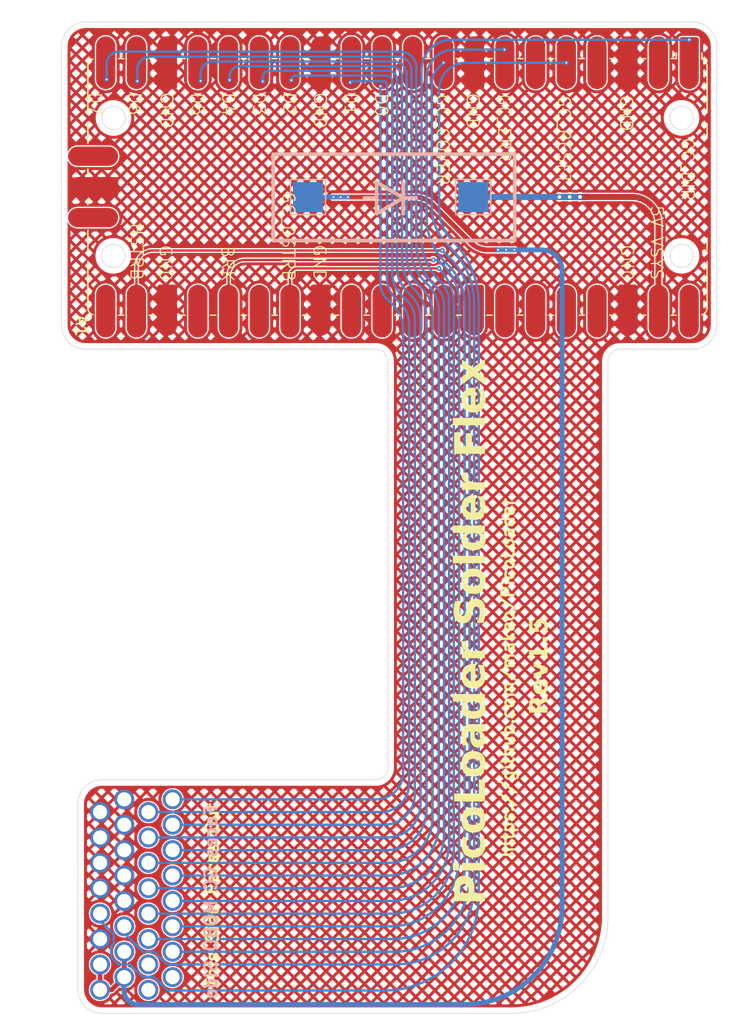
<source format=kicad_pcb>
(kicad_pcb (version 20241229) (generator "pcbnew") (generator_version "9.0")
  (layers (0 "F.Cu" signal) (2 "B.Cu" signal) (13 "F.Paste" user) (15 "B.Paste" user) (5 "F.SilkS" user "F.Silkscreen") (7 "B.SilkS" user "B.Silkscreen") (1 "F.Mask" user) (3 "B.Mask" user) (25 "Edge.Cuts" user))
  (net 0 "")
  (net 1 "/D4")
  (net 7 "/D0")
  (net 9 "/D3")
  (net 10 "/D5")
  (net 11 "/D1")
  (net 12 "/D2")
  (net 16 "+5V")
  (net 18 "/D6")
  (net 20 "Net-(A1-VSYS)")
  (net 23 "/D7")
  (net 24 "GND")
  (net 25 "/GC_ERR")
  (net 29 "/GC_DSTRB")
  (net 30 "/GC_COVER")
  (net 31 "/HSTRB")
  (net 32 "/BRK")
  (net 34 "/GC_DIR")
  (net 35 "/GC_RESET")
  (footprint "Module:RaspberryPi_Pico_SMD" (layer "F.Cu") (at 179.92 87.23 -90)
    (property "Reference" "A1" (at 10.49 26.1145 270) (layer "F.SilkS") (effects (justify left)))
    (property "Value" "RaspberryPi_Pico")
    (fp_line (start -10 25.61) (end -6.162061 25.61) (stroke (width 0.12)) (layer "F.SilkS"))
    (fp_line (start -3.6 25.61) (end -5.237939 25.61) (stroke (width 0.12)) (layer "F.SilkS"))
    (fp_line (start -1.48 25.61) (end -1.06 25.61) (stroke (width 0.12)) (layer "F.SilkS"))
    (fp_line (start 1.06 25.61) (end 1.48 25.61) (stroke (width 0.12)) (layer "F.SilkS"))
    (fp_line (start 5.237939 25.61) (end 3.6 25.61) (stroke (width 0.12)) (layer "F.SilkS"))
    (fp_line (start 6.162061 25.61) (end 10 25.61) (stroke (width 0.12)) (layer "F.SilkS"))
    (fp_line (start -10.61 22.650001) (end -10.61 23.069999) (stroke (width 0.12)) (layer "F.SilkS"))
    (fp_line (start 10.61 22.650001) (end 10.61 23.069999) (stroke (width 0.12)) (layer "F.SilkS"))
    (fp_line (start -10.61 20.109999) (end -10.61 20.53) (stroke (width 0.12)) (layer "F.SilkS"))
    (fp_line (start 10.61 20.109999) (end 10.61 20.53) (stroke (width 0.12)) (layer "F.SilkS"))
    (fp_line (start -10.61 17.57) (end -10.61 17.99) (stroke (width 0.12)) (layer "F.SilkS"))
    (fp_line (start 10.61 17.57) (end 10.61 17.99) (stroke (width 0.12)) (layer "F.SilkS"))
    (fp_line (start -10.61 15.03) (end -10.61 15.45) (stroke (width 0.12)) (layer "F.SilkS"))
    (fp_line (start 10.61 15.03) (end 10.61 15.45) (stroke (width 0.12)) (layer "F.SilkS"))
    (fp_line (start -10.61 12.49) (end -10.609999 12.91) (stroke (width 0.12)) (layer "F.SilkS"))
    (fp_line (start 10.61 12.49) (end 10.609999 12.91) (stroke (width 0.12)) (layer "F.SilkS"))
    (fp_line (start -10.609999 9.95) (end -10.61 10.37) (stroke (width 0.12)) (layer "F.SilkS"))
    (fp_line (start 10.609999 9.95) (end 10.61 10.37) (stroke (width 0.12)) (layer "F.SilkS"))
    (fp_line (start -10.61 7.41) (end -10.61 7.83) (stroke (width 0.12)) (layer "F.SilkS"))
    (fp_line (start 10.61 7.41) (end 10.61 7.83) (stroke (width 0.12)) (layer "F.SilkS"))
    (fp_line (start -10.61 4.87) (end -10.61 5.29) (stroke (width 0.12)) (layer "F.SilkS"))
    (fp_line (start 10.61 4.87) (end 10.61 5.29) (stroke (width 0.12)) (layer "F.SilkS"))
    (fp_line (start -10.61 2.33) (end -10.61 2.75) (stroke (width 0.12)) (layer "F.SilkS"))
    (fp_line (start 10.61 2.33) (end 10.61 2.75) (stroke (width 0.12)) (layer "F.SilkS"))
    (fp_line (start -10.61 -0.209999) (end -10.61 0.209999) (stroke (width 0.12)) (layer "F.SilkS"))
    (fp_line (start 10.61 -0.209999) (end 10.61 0.209999) (stroke (width 0.12)) (layer "F.SilkS"))
    (fp_line (start -10.61 -2.75) (end -10.61 -2.33) (stroke (width 0.12)) (layer "F.SilkS"))
    (fp_line (start 10.61 -2.75) (end 10.61 -2.33) (stroke (width 0.12)) (layer "F.SilkS"))
    (fp_line (start -10.61 -5.29) (end -10.61 -4.87) (stroke (width 0.12)) (layer "F.SilkS"))
    (fp_line (start 10.61 -5.29) (end 10.61 -4.87) (stroke (width 0.12)) (layer "F.SilkS"))
    (fp_line (start -10.61 -7.83) (end -10.61 -7.41) (stroke (width 0.12)) (layer "F.SilkS"))
    (fp_line (start 10.61 -7.83) (end 10.61 -7.41) (stroke (width 0.12)) (layer "F.SilkS"))
    (fp_line (start -10.61 -10.37) (end -10.609999 -9.95) (stroke (width 0.12)) (layer "F.SilkS"))
    (fp_line (start 10.61 -10.37) (end 10.609999 -9.95) (stroke (width 0.12)) (layer "F.SilkS"))
    (fp_line (start -10.609999 -12.91) (end -10.61 -12.49) (stroke (width 0.12)) (layer "F.SilkS"))
    (fp_line (start 10.609999 -12.91) (end 10.61 -12.49) (stroke (width 0.12)) (layer "F.SilkS"))
    (fp_line (start -10.61 -15.45) (end -10.61 -15.03) (stroke (width 0.12)) (layer "F.SilkS"))
    (fp_line (start 10.61 -15.45) (end 10.61 -15.03) (stroke (width 0.12)) (layer "F.SilkS"))
    (fp_line (start -10.61 -17.99) (end -10.61 -17.57) (stroke (width 0.12)) (layer "F.SilkS"))
    (fp_line (start 10.61 -17.99) (end 10.61 -17.57) (stroke (width 0.12)) (layer "F.SilkS"))
    (fp_line (start -10.61 -20.53) (end -10.61 -20.109999) (stroke (width 0.12)) (layer "F.SilkS"))
    (fp_line (start 10.61 -20.53) (end 10.61 -20.109999) (stroke (width 0.12)) (layer "F.SilkS"))
    (fp_line (start -10.61 -23.069999) (end -10.61 -22.650001) (stroke (width 0.12)) (layer "F.SilkS"))
    (fp_line (start -10.61 -23.069999) (end -11.09 -23.07) (stroke (width 0.12)) (layer "F.SilkS"))
    (fp_line (start 10.61 -23.069999) (end 10.61 -22.650001) (stroke (width 0.12)) (layer "F.SilkS"))
    (fp_line (start -10.579676 -25.19) (end -11.09 -25.19) (stroke (width 0.12)) (layer "F.SilkS"))
    (fp_line (start -10 -25.61) (end -7.51 -25.61) (stroke (width 0.12)) (layer "F.SilkS"))
    (fp_line (start -7.51 -25.61) (end -6.16206 -25.61) (stroke (width 0.12)) (layer "F.SilkS"))
    (fp_line (start -5.237939 -25.61) (end -4.235 -25.61) (stroke (width 0.12)) (layer "F.SilkS"))
    (fp_line (start 4.235 -25.61) (end 5.237939 -25.61) (stroke (width 0.12)) (layer "F.SilkS"))
    (fp_line (start 6.162061 -25.61) (end 7.51 -25.61) (stroke (width 0.12)) (layer "F.SilkS"))
    (fp_line (start 10 -25.61) (end 7.51 -25.61) (stroke (width 0.12)) (layer "F.SilkS"))
    (fp_arc (start -10 25.61) (mid -10.357937 25.493944) (end -10.579676 25.189937) (stroke (width 0.12)) (layer "F.SilkS"))
    (fp_arc (start 10.579676 25.189937) (mid 10.357982 25.494008) (end 10 25.61) (stroke (width 0.12)) (layer "F.SilkS"))
    (fp_arc (start -10.579676 -25.19) (mid -10.357917 -25.49396) (end -10 -25.61) (stroke (width 0.12)) (layer "F.SilkS"))
    (fp_arc (start 10 -25.61) (mid 10.357937 -25.493944) (end 10.579676 -25.189937) (stroke (width 0.12)) (layer "F.SilkS"))
    (pad "" smd rect (at -8.89 -24.13 270) (size 4.666 2.2) (drill (offset -1.233 0)) (layers "F.Paste"))
    (pad "" smd rect (at -8.89 -21.59 270) (size 4.666 2.2) (drill (offset -1.233 0)) (layers "F.Paste"))
    (pad "" smd rect (at -8.89 -19.05 270) (size 4.666 2.2) (drill (offset -1.233 0)) (layers "F.Paste"))
    (pad "" smd rect (at -8.89 -16.51 270) (size 4.666 2.2) (drill (offset -1.233 0)) (layers "F.Paste"))
    (pad "" smd rect (at -8.89 -13.97 270) (size 4.666 2.2) (drill (offset -1.233 0)) (layers "F.Paste"))
    (pad "" smd rect (at -8.89 -11.43 270) (size 4.666 2.2) (drill (offset -1.233 0)) (layers "F.Paste"))
    (pad "" smd rect (at -8.89 -8.89 270) (size 4.666 2.2) (drill (offset -1.233 0)) (layers "F.Paste"))
    (pad "" smd rect (at -8.89 -6.35 270) (size 4.666 2.2) (drill (offset -1.233 0)) (layers "F.Paste"))
    (pad "" smd rect (at -8.89 -3.81 270) (size 4.666 2.2) (drill (offset -1.233 0)) (layers "F.Paste"))
    (pad "" smd rect (at -8.89 -1.27 270) (size 4.666 2.2) (drill (offset -1.233 0)) (layers "F.Paste"))
    (pad "" smd rect (at -8.89 1.27 270) (size 4.666 2.2) (drill (offset -1.233 0)) (layers "F.Paste"))
    (pad "" smd rect (at -8.89 3.81 270) (size 4.666 2.2) (drill (offset -1.233 0)) (layers "F.Paste"))
    (pad "" smd rect (at -8.89 6.35 270) (size 4.666 2.2) (drill (offset -1.233 0)) (layers "F.Paste"))
    (pad "" smd rect (at -8.89 8.89 270) (size 4.666 2.2) (drill (offset -1.233 0)) (layers "F.Paste"))
    (pad "" smd rect (at -8.89 11.43 270) (size 4.666 2.2) (drill (offset -1.233 0)) (layers "F.Paste"))
    (pad "" smd rect (at -8.89 13.97 270) (size 4.666 2.2) (drill (offset -1.233 0)) (layers "F.Paste"))
    (pad "" smd rect (at -8.89 16.51 270) (size 4.666 2.2) (drill (offset -1.233 0)) (layers "F.Paste"))
    (pad "" smd rect (at -8.89 19.05 270) (size 4.666 2.2) (drill (offset -1.233 0)) (layers "F.Paste"))
    (pad "" smd rect (at -8.89 21.59 270) (size 4.666 2.2) (drill (offset -1.233 0)) (layers "F.Paste"))
    (pad "" smd rect (at -8.89 24.13 270) (size 4.666 2.2) (drill (offset -1.233 0)) (layers "F.Paste"))
    (pad "" smd rect (at -2.54 23.9 270) (size 2.2 4.45) (drill (offset 0 1.125)) (layers "F.Paste"))
    (pad "" smd rect (at 0 23.9 270) (size 2.2 4.45) (drill (offset 0 1.125)) (layers "F.Paste"))
    (pad "" smd rect (at 2.54 23.9 270) (size 2.2 4.45) (drill (offset 0 1.125)) (layers "F.Paste"))
    (pad "" smd rect (at 8.89 -24.13 270) (size 4.66599 2.2) (drill (offset 1.233005 0)) (layers "F.Paste"))
    (pad "" smd rect (at 8.89 -21.59 270) (size 4.666 2.2) (drill (offset 1.233 0)) (layers "F.Paste"))
    (pad "" smd rect (at 8.89 -19.05 270) (size 4.666 2.2) (drill (offset 1.233 0)) (layers "F.Paste"))
    (pad "" smd rect (at 8.89 -16.51 270) (size 4.666 2.2) (drill (offset 1.233 0)) (layers "F.Paste"))
    (pad "" smd rect (at 8.89 -13.97 270) (size 4.666 2.2) (drill (offset 1.233 0)) (layers "F.Paste"))
    (pad "" smd rect (at 8.89 -11.43 270) (size 4.666 2.2) (drill (offset 1.233 0)) (layers "F.Paste"))
    (pad "" smd rect (at 8.89 -8.89 270) (size 4.666 2.2) (drill (offset 1.233 0)) (layers "F.Paste"))
    (pad "" smd rect (at 8.89 -6.35 270) (size 4.666 2.2) (drill (offset 1.233 0)) (layers "F.Paste"))
    (pad "" smd rect (at 8.89 -3.81 270) (size 4.666 2.2) (drill (offset 1.233 0)) (layers "F.Paste"))
    (pad "" smd rect (at 8.89 -1.27 270) (size 4.666 2.2) (drill (offset 1.233 0)) (layers "F.Paste"))
    (pad "" smd rect (at 8.89 1.27 270) (size 4.666 2.2) (drill (offset 1.233 0)) (layers "F.Paste"))
    (pad "" smd rect (at 8.89 3.81 270) (size 4.666 2.2) (drill (offset 1.233 0)) (layers "F.Paste"))
    (pad "" smd rect (at 8.89 6.35 270) (size 4.666 2.2) (drill (offset 1.233 0)) (layers "F.Paste"))
    (pad "" smd rect (at 8.89 8.89 270) (size 4.666 2.2) (drill (offset 1.233 0)) (layers "F.Paste"))
    (pad "" smd rect (at 8.89 11.43 270) (size 4.666 2.2) (drill (offset 1.233 0)) (layers "F.Paste"))
    (pad "" smd rect (at 8.89 13.97 270) (size 4.666 2.2) (drill (offset 1.233 0)) (layers "F.Paste"))
    (pad "" smd rect (at 8.89 16.51 270) (size 4.666 2.2) (drill (offset 1.233 0)) (layers "F.Paste"))
    (pad "" smd rect (at 8.89 19.05 270) (size 4.666 2.2) (drill (offset 1.233 0)) (layers "F.Paste"))
    (pad "" smd rect (at 8.89 21.59 270) (size 4.666 2.2) (drill (offset 1.233 0)) (layers "F.Paste"))
    (pad "" smd rect (at 8.89 24.13 270) (size 4.666 2.2) (drill (offset 1.233 0)) (layers "F.Paste"))
    (pad "1" smd custom (at -9.69 -24.13 270) (size 1.6 0.8) (layers "F.Cu" "F.Mask") (net 34 "/GC_DIR") (options (clearance outline) (anchor rect)) (primitives (gr_circle (center 0.8 0) (end 1.6 0) (width 0) (fill yes)) (gr_poly (pts (xy -2.7 -0.6) (xy -2.7 0.6) (xy -2.5 0.8) (xy 0.8 0.8) (xy 0.8 -0.8) (xy -2.5 -0.8)) (width 0) (fill yes)) (gr_circle (center -2.5 0.6) (end -2.3 0.6) (width 0) (fill yes)) (gr_circle (center -2.5 -0.6) (end -2.3 -0.6) (width 0) (fill yes))))
    (pad "2" smd roundrect (at -10.273 -21.589999 270) (size 4.366 1.6) (layers "F.Cu" "F.Mask") (roundrect_rratio 0.5))
    (pad "3" smd custom (at -9.69 -19.05 270) (size 1.6 0.8) (layers "F.Cu" "F.Mask") (net 24 "GND") (options (clearance outline) (anchor rect)) (primitives (gr_poly (pts (xy 1.6 -0.6) (xy 1.6 0.6) (xy 1.4 0.8) (xy -1.95 0.8) (xy -1.95 -0.8) (xy 1.4 -0.8)) (width 0) (fill yes)) (gr_circle (center 1.4 0.6) (end 1.6 0.6) (width 0) (fill yes)) (gr_circle (center 1.4 -0.6) (end 1.6 -0.6) (width 0) (fill yes)) (gr_circle (center -1.95 0) (end -1.15 0) (width 0) (fill yes))))
    (pad "4" smd roundrect (at -10.273 -16.51 270) (size 4.366 1.6) (layers "F.Cu" "F.Mask") (roundrect_rratio 0.5))
    (pad "5" smd roundrect (at -10.273 -13.97 270) (size 4.366 1.6) (layers "F.Cu" "F.Mask") (roundrect_rratio 0.5) (net 35 "/GC_RESET"))
    (pad "6" smd roundrect (at -10.272999 -11.43 270) (size 4.366 1.6) (layers "F.Cu" "F.Mask") (roundrect_rratio 0.5))
    (pad "7" smd roundrect (at -10.273 -8.89 270) (size 4.366 1.6) (layers "F.Cu" "F.Mask") (roundrect_rratio 0.5) (net 25 "/GC_ERR"))
    (pad "8" smd custom (at -9.69 -6.35 270) (size 1.6 0.8) (layers "F.Cu" "F.Mask") (net 24 "GND") (options (clearance outline) (anchor rect)) (primitives (gr_poly (pts (xy 1.6 -0.6) (xy 1.6 0.6) (xy 1.4 0.8) (xy -1.95 0.8) (xy -1.95 -0.8) (xy 1.4 -0.8)) (width 0) (fill yes)) (gr_circle (center 1.4 0.6) (end 1.6 0.6) (width 0) (fill yes)) (gr_circle (center 1.4 -0.6) (end 1.6 -0.6) (width 0) (fill yes)) (gr_circle (center -1.95 0) (end -1.15 0) (width 0) (fill yes))))
    (pad "9" smd roundrect (at -10.273 -3.81 270) (size 4.366 1.6) (layers "F.Cu" "F.Mask") (roundrect_rratio 0.5) (net 30 "/GC_COVER"))
    (pad "10" smd roundrect (at -10.273 -1.270001 270) (size 4.366 1.6) (layers "F.Cu" "F.Mask") (roundrect_rratio 0.5))
    (pad "11" smd roundrect (at -10.273 1.270001 270) (size 4.366 1.6) (layers "F.Cu" "F.Mask") (roundrect_rratio 0.5) (net 7 "/D0"))
    (pad "12" smd roundrect (at -10.273 3.81 270) (size 4.366 1.6) (layers "F.Cu" "F.Mask") (roundrect_rratio 0.5) (net 11 "/D1"))
    (pad "13" smd custom (at -9.69 6.35 270) (size 1.6 0.8) (layers "F.Cu" "F.Mask") (net 24 "GND") (options (clearance outline) (anchor rect)) (primitives (gr_poly (pts (xy 1.6 -0.6) (xy 1.6 0.6) (xy 1.4 0.8) (xy -1.95 0.8) (xy -1.95 -0.8) (xy 1.4 -0.8)) (width 0) (fill yes)) (gr_circle (center 1.4 0.6) (end 1.6 0.6) (width 0) (fill yes)) (gr_circle (center 1.4 -0.6) (end 1.6 -0.6) (width 0) (fill yes)) (gr_circle (center -1.95 0) (end -1.15 0) (width 0) (fill yes))))
    (pad "14" smd roundrect (at -10.273 8.89 270) (size 4.366 1.6) (layers "F.Cu" "F.Mask") (roundrect_rratio 0.5) (net 12 "/D2"))
    (pad "15" smd roundrect (at -10.272999 11.43 270) (size 4.366 1.6) (layers "F.Cu" "F.Mask") (roundrect_rratio 0.5) (net 9 "/D3"))
    (pad "16" smd roundrect (at -10.273 13.97 270) (size 4.366 1.6) (layers "F.Cu" "F.Mask") (roundrect_rratio 0.5) (net 1 "/D4"))
    (pad "17" smd roundrect (at -10.273 16.51 270) (size 4.366 1.6) (layers "F.Cu" "F.Mask") (roundrect_rratio 0.5) (net 10 "/D5"))
    (pad "18" smd custom (at -9.69 19.05 270) (size 1.6 0.8) (layers "F.Cu" "F.Mask") (net 24 "GND") (options (clearance outline) (anchor rect)) (primitives (gr_poly (pts (xy 1.6 -0.6) (xy 1.6 0.6) (xy 1.4 0.8) (xy -1.95 0.8) (xy -1.95 -0.8) (xy 1.4 -0.8)) (width 0) (fill yes)) (gr_circle (center -1.95 0) (end -1.15 0) (width 0) (fill yes)) (gr_circle (center 1.4 0.6) (end 1.6 0.6) (width 0) (fill yes)) (gr_circle (center 1.4 -0.6) (end 1.6 -0.6) (width 0) (fill yes))))
    (pad "19" smd roundrect (at -10.273 21.589999 270) (size 4.366 1.6) (layers "F.Cu" "F.Mask") (roundrect_rratio 0.5) (net 18 "/D6"))
    (pad "20" smd roundrect (at -10.273 24.130001 270) (size 4.366 1.6) (layers "F.Cu" "F.Mask") (roundrect_rratio 0.5) (net 23 "/D7"))
    (pad "21" smd roundrect (at 10.273 24.130001 270) (size 4.366 1.6) (layers "F.Cu" "F.Mask") (roundrect_rratio 0.5))
    (pad "22" smd roundrect (at 10.273 21.589999 270) (size 4.366 1.6) (layers "F.Cu" "F.Mask") (roundrect_rratio 0.5) (net 31 "/HSTRB"))
    (pad "23" smd custom (at 9.69 19.05 270) (size 1.6 0.8) (layers "F.Cu" "F.Mask") (net 24 "GND") (options (clearance outline) (anchor rect)) (primitives (gr_poly (pts (xy -1.6 -0.6) (xy -1.6 0.6) (xy -1.4 0.8) (xy 1.838 0.8) (xy 1.838 -0.8) (xy -1.4 -0.8)) (width 0) (fill yes)) (gr_circle (center -1.4 0.6) (end -1.2 0.6) (width 0) (fill yes)) (gr_circle (center -1.4 -0.6) (end -1.2 -0.6) (width 0) (fill yes)) (gr_circle (center 1.8 0) (end 2.6 0) (width 0) (fill yes))))
    (pad "24" smd roundrect (at 10.273 16.51 270) (size 4.366 1.6) (layers "F.Cu" "F.Mask") (roundrect_rratio 0.5))
    (pad "25" smd roundrect (at 10.273 13.97 270) (size 4.366 1.6) (layers "F.Cu" "F.Mask") (roundrect_rratio 0.5) (net 32 "/BRK"))
    (pad "26" smd roundrect (at 10.272999 11.43 270) (size 4.366 1.6) (layers "F.Cu" "F.Mask") (roundrect_rratio 0.5))
    (pad "27" smd roundrect (at 10.273 8.89 270) (size 4.366 1.6) (layers "F.Cu" "F.Mask") (roundrect_rratio 0.5) (net 29 "/GC_DSTRB"))
    (pad "28" smd custom (at 9.69 6.35 270) (size 1.6 0.8) (layers "F.Cu" "F.Mask") (net 24 "GND") (options (clearance outline) (anchor rect)) (primitives (gr_poly (pts (xy -1.6 -0.6) (xy -1.6 0.6) (xy -1.4 0.8) (xy 1.838 0.8) (xy 1.838 -0.8) (xy -1.4 -0.8)) (width 0) (fill yes)) (gr_circle (center -1.4 0.6) (end -1.2 0.6) (width 0) (fill yes)) (gr_circle (center -1.4 -0.6) (end -1.2 -0.6) (width 0) (fill yes)) (gr_circle (center 1.8 0) (end 2.6 0) (width 0) (fill yes))))
    (pad "29" smd roundrect (at 10.273 3.81 270) (size 4.366 1.6) (layers "F.Cu" "F.Mask") (roundrect_rratio 0.5))
    (pad "30" smd roundrect (at 10.273 1.270001 270) (size 4.366 1.6) (layers "F.Cu" "F.Mask") (roundrect_rratio 0.5))
    (pad "31" smd roundrect (at 10.273 -1.270001 270) (size 4.366 1.6) (layers "F.Cu" "F.Mask") (roundrect_rratio 0.5))
    (pad "32" smd roundrect (at 10.273 -3.81 270) (size 4.366 1.6) (layers "F.Cu" "F.Mask") (roundrect_rratio 0.5))
    (pad "33" smd custom (at 9.69 -6.35 270) (size 1.6 0.8) (layers "F.Cu" "F.Mask") (options (clearance outline) (anchor rect)) (primitives (gr_poly (pts (xy -1.6 -0.6) (xy -1.6 0.6) (xy -1.4 0.8) (xy 1.838 0.8) (xy 1.838 -0.8) (xy -1.4 -0.8)) (width 0) (fill yes)) (gr_circle (center -1.4 0.6) (end -1.2 0.6) (width 0) (fill yes)) (gr_circle (center -1.4 -0.6) (end -1.2 -0.6) (width 0) (fill yes)) (gr_circle (center 1.8 0) (end 2.6 0) (width 0) (fill yes))))
    (pad "34" smd roundrect (at 10.273 -8.89 270) (size 4.366 1.6) (layers "F.Cu" "F.Mask") (roundrect_rratio 0.5))
    (pad "35" smd roundrect (at 10.272999 -11.43 270) (size 4.366 1.6) (layers "F.Cu" "F.Mask") (roundrect_rratio 0.5))
    (pad "36" smd roundrect (at 10.273 -13.97 270) (size 4.366 1.6) (layers "F.Cu" "F.Mask") (roundrect_rratio 0.5))
    (pad "37" smd roundrect (at 10.273 -16.51 270) (size 4.366 1.6) (layers "F.Cu" "F.Mask") (roundrect_rratio 0.5))
    (pad "38" smd custom (at 9.69 -19.05 270) (size 1.6 0.8) (layers "F.Cu" "F.Mask") (net 24 "GND") (options (clearance outline) (anchor rect)) (primitives (gr_poly (pts (xy -1.6 -0.6) (xy -1.6 0.6) (xy -1.4 0.8) (xy 1.838 0.8) (xy 1.838 -0.8) (xy -1.4 -0.8)) (width 0) (fill yes)) (gr_circle (center -1.4 0.6) (end -1.2 0.6) (width 0) (fill yes)) (gr_circle (center -1.4 -0.6) (end -1.2 -0.6) (width 0) (fill yes)) (gr_circle (center 1.8 0) (end 2.6 0) (width 0) (fill yes))))
    (pad "39" smd roundrect (at 10.273 -21.589999 270) (size 4.366 1.6) (layers "F.Cu" "F.Mask") (roundrect_rratio 0.5) (net 20 "Net-(A1-VSYS)"))
    (pad "40" smd roundrect (at 10.273 -24.130001 270) (size 4.366 1.6) (layers "F.Cu" "F.Mask") (roundrect_rratio 0.5))
    (pad "D1" smd roundrect (at -2.54 23.9) (size 4.15 1.6) (drill (offset -1.275 0)) (layers "F.Cu" "F.Mask") (roundrect_rratio 0.5))
    (pad "D2" smd custom (at 0 23.9 180) (size 1.6 1.6) (layers "F.Cu" "F.Mask") (net 24 "GND") (options (clearance outline) (anchor circle)) (primitives (gr_poly (pts (xy -0.8 -0.6) (xy -0.8 0.6) (xy -0.6 0.8) (xy 2.55 0.8) (xy 2.55 -0.8) (xy -0.6 -0.8)) (width 0) (fill yes)) (gr_circle (center 2.55 0) (end 3.35 0) (width 0) (fill yes)) (gr_circle (center -0.6 0.6) (end -0.4 0.6) (width 0) (fill yes)) (gr_circle (center -0.6 -0.6) (end -0.4 -0.6) (width 0) (fill yes))))
    (pad "D3" smd roundrect (at 2.54 23.9) (size 4.15 1.6) (drill (offset -1.275 0)) (layers "F.Cu" "F.Mask") (roundrect_rratio 0.5))
  )
  (footprint "TestPoint:TestPoint_Pad_2.5x2.5mm" (layer "B.Cu") (at 172.519285 88.07 -90)
    (property "Reference" "TP1" (hide yes))
    (property "Value" "Pad2")
    (fp_line (start -1.45 1.45) (end 1.45 1.45) (stroke (width 0.12)) (layer "B.SilkS"))
    (fp_line (start 1.45 1.45) (end 1.45 -1.45) (stroke (width 0.12)) (layer "B.SilkS"))
    (fp_line (start -1.45 -1.45) (end -1.45 1.45) (stroke (width 0.12)) (layer "B.SilkS"))
    (fp_line (start 1.45 -1.45) (end -1.45 -1.45) (stroke (width 0.12)) (layer "B.SilkS"))
    (pad "1" smd rect (at 0 0 270) (size 2.5 2.5) (layers "B.Cu" "B.Mask") (net 16 "+5V"))
  )
  (footprint "DVDCNLibrary:GC_MOBO_DVD_CN" (layer "B.Cu") (at 148.714 136.833999 90)
    (property "Reference" "U2" (hide yes))
    (property "Value" "~")
    (pad "1" thru_hole circle (at -16.808 10.606 90) (size 1.65 1.65) (drill 1.17) (layers "*.Cu" "*.Mask"))
    (pad "2" thru_hole circle (at -16.808 6.606 90) (size 1.65 1.65) (drill 1.17) (layers "*.Cu" "*.Mask") (net 16 "+5V"))
    (pad "3" thru_hole circle (at -15.756 12.606001 90) (size 1.65 1.65) (drill 1.17) (layers "*.Cu" "*.Mask"))
    (pad "4" thru_hole circle (at -15.755999 8.606 90) (size 1.65 1.65) (drill 1.17) (layers "*.Cu" "*.Mask") (net 16 "+5V"))
    (pad "5" thru_hole circle (at -14.707 10.606 90) (size 1.65 1.65) (drill 1.17) (layers "*.Cu" "*.Mask"))
    (pad "6" thru_hole circle (at -14.707 6.606 90) (size 1.65 1.65) (drill 1.17) (layers "*.Cu" "*.Mask") (net 16 "+5V"))
    (pad "7" thru_hole circle (at -13.655 12.606 90) (size 1.65 1.65) (drill 1.17) (layers "*.Cu" "*.Mask") (net 31 "/HSTRB"))
    (pad "8" thru_hole circle (at -13.655 8.606 90) (size 1.65 1.65) (drill 1.17) (layers "*.Cu" "*.Mask") (net 16 "+5V"))
    (pad "9" thru_hole circle (at -12.606001 10.606 90) (size 1.65 1.65) (drill 1.17) (layers "*.Cu" "*.Mask") (net 25 "/GC_ERR"))
    (pad "10" thru_hole circle (at -12.606 6.605999 90) (size 1.65 1.65) (drill 1.17) (layers "*.Cu" "*.Mask") (net 24 "GND"))
    (pad "11" thru_hole circle (at -11.554 12.606 90) (size 1.65 1.65) (drill 1.17) (layers "*.Cu" "*.Mask") (net 32 "/BRK"))
    (pad "12" thru_hole circle (at -11.554 8.606 90) (size 1.65 1.65) (drill 1.17) (layers "*.Cu" "*.Mask") (net 30 "/GC_COVER"))
    (pad "13" thru_hole circle (at -10.505 10.606 90) (size 1.65 1.65) (drill 1.17) (layers "*.Cu" "*.Mask") (net 29 "/GC_DSTRB"))
    (pad "14" thru_hole circle (at -10.505 6.606 90) (size 1.65 1.65) (drill 1.17) (layers "*.Cu" "*.Mask") (net 35 "/GC_RESET"))
    (pad "15" thru_hole circle (at -9.452999 12.606 90) (size 1.65 1.65) (drill 1.17) (layers "*.Cu" "*.Mask") (net 34 "/GC_DIR"))
    (pad "16" thru_hole circle (at -9.452999 8.606 90) (size 1.65 1.65) (drill 1.17) (layers "*.Cu" "*.Mask") (net 24 "GND"))
    (pad "17" thru_hole circle (at -8.404 10.606 90) (size 1.65 1.65) (drill 1.17) (layers "*.Cu" "*.Mask") (net 23 "/D7"))
    (pad "18" thru_hole circle (at -8.404 6.606 90) (size 1.65 1.65) (drill 1.17) (layers "*.Cu" "*.Mask") (net 24 "GND"))
    (pad "19" thru_hole circle (at -7.352 12.606 90) (size 1.65 1.65) (drill 1.17) (layers "*.Cu" "*.Mask") (net 18 "/D6"))
    (pad "20" thru_hole circle (at -7.352 8.606 90) (size 1.65 1.65) (drill 1.17) (layers "*.Cu" "*.Mask") (net 24 "GND"))
    (pad "21" thru_hole circle (at -6.303001 10.606 90) (size 1.65 1.65) (drill 1.17) (layers "*.Cu" "*.Mask") (net 10 "/D5"))
    (pad "22" thru_hole circle (at -6.303 6.605999 90) (size 1.65 1.65) (drill 1.17) (layers "*.Cu" "*.Mask") (net 24 "GND"))
    (pad "23" thru_hole circle (at -5.251 12.606 90) (size 1.65 1.65) (drill 1.17) (layers "*.Cu" "*.Mask") (net 1 "/D4"))
    (pad "24" thru_hole circle (at -5.251 8.606 90) (size 1.65 1.65) (drill 1.17) (layers "*.Cu" "*.Mask") (net 24 "GND"))
    (pad "25" thru_hole circle (at -4.202 10.606 90) (size 1.65 1.65) (drill 1.17) (layers "*.Cu" "*.Mask") (net 9 "/D3"))
    (pad "26" thru_hole circle (at -4.202 6.606 90) (size 1.65 1.65) (drill 1.17) (layers "*.Cu" "*.Mask") (net 24 "GND"))
    (pad "27" thru_hole circle (at -3.149999 12.606 90) (size 1.65 1.65) (drill 1.17) (layers "*.Cu" "*.Mask") (net 12 "/D2"))
    (pad "28" thru_hole circle (at -3.149999 8.606 90) (size 1.65 1.65) (drill 1.17) (layers "*.Cu" "*.Mask") (net 24 "GND"))
    (pad "29" thru_hole circle (at -2.101 10.606 90) (size 1.65 1.65) (drill 1.17) (layers "*.Cu" "*.Mask") (net 11 "/D1"))
    (pad "30" thru_hole circle (at -2.101 6.606 90) (size 1.65 1.65) (drill 1.17) (layers "*.Cu" "*.Mask") (net 24 "GND"))
    (pad "31" thru_hole circle (at -1.049 12.606 90) (size 1.65 1.65) (drill 1.17) (layers "*.Cu" "*.Mask") (net 7 "/D0"))
    (pad "32" thru_hole circle (at -1.049 8.606 90) (size 1.65 1.65) (drill 1.17) (layers "*.Cu" "*.Mask") (net 24 "GND"))
  )
  (footprint "TestPoint:TestPoint_Pad_2.5x2.5mm" (layer "B.Cu") (at 186.189285 88.07 -90)
    (property "Reference" "TP2" (hide yes))
    (property "Value" "Pad1")
    (fp_line (start -1.45 1.45) (end 1.45 1.45) (stroke (width 0.12)) (layer "B.SilkS"))
    (fp_line (start 1.45 1.45) (end 1.45 -1.45) (stroke (width 0.12)) (layer "B.SilkS"))
    (fp_line (start -1.45 -1.45) (end -1.45 1.45) (stroke (width 0.12)) (layer "B.SilkS"))
    (fp_line (start 1.45 -1.45) (end -1.45 -1.45) (stroke (width 0.12)) (layer "B.SilkS"))
    (pad "1" smd rect (at 0 0 270) (size 2.5 2.5) (layers "B.Cu" "B.Mask") (net 20 "Net-(A1-VSYS)"))
  )
  (gr_line (start 180.402809 88.14) (end 178.195761 86.84) (stroke (width 0.3)) (layer "B.SilkS"))
  (gr_line (start 178.19576 89.44) (end 178.195761 86.84) (stroke (width 0.3)) (layer "B.SilkS"))
  (gr_poly (pts (xy 189.619285 84.52) (xy 189.619285 91.67) (xy 169.639285 91.67) (xy 169.639286 84.519999)) (stroke (width 0.3)) (fill no) (layer "B.SilkS"))
  (gr_line (start 178.195761 88.139999) (end 177.182809 88.14) (stroke (width 0.3)) (layer "B.SilkS"))
  (gr_line (start 178.19576 89.44) (end 180.402809 88.14) (stroke (width 0.3)) (layer "B.SilkS"))
  (gr_line (start 180.402809 86.84) (end 180.402809 89.44) (stroke (width 0.3)) (layer "B.SilkS"))
  (gr_line (start 180.402809 88.14) (end 181.479285 88.139999) (stroke (width 0.3)) (layer "B.SilkS"))
  (gr_arc (start 204.34 73.59) (mid 205.754214 74.175786) (end 206.34 75.59) (stroke (width 0.05)) (layer "Edge.Cuts"))
  (gr_line (start 178.13 100.65) (end 154.13 100.65) (stroke (width 0.05)) (layer "Edge.Cuts"))
  (gr_arc (start 155.49 155.59) (mid 154.075786 155.004214) (end 153.49 153.59) (stroke (width 0.05)) (layer "Edge.Cuts"))
  (gr_circle (center 203.42 81.52) (end 204.14 82.17) (stroke (width 0.05)) (fill no) (layer "Edge.Cuts"))
  (gr_arc (start 179.13 135.26) (mid 178.837107 135.967107) (end 178.13 136.26) (stroke (width 0.05)) (layer "Edge.Cuts"))
  (gr_line (start 204.34 100.65) (end 198.34 100.65) (stroke (width 0.05)) (layer "Edge.Cuts"))
  (gr_circle (center 203.42 92.93) (end 204.14 93.58) (stroke (width 0.05)) (fill no) (layer "Edge.Cuts"))
  (gr_arc (start 197.34 101.65) (mid 197.632893 100.942893) (end 198.34 100.65) (stroke (width 0.05)) (layer "Edge.Cuts"))
  (gr_line (start 206.34 75.59) (end 206.34 98.65) (stroke (width 0.05)) (layer "Edge.Cuts"))
  (gr_arc (start 206.34 98.65) (mid 205.754214 100.064214) (end 204.34 100.65) (stroke (width 0.05)) (layer "Edge.Cuts"))
  (gr_arc (start 197.34 147.59) (mid 194.996854 153.246854) (end 189.34 155.59) (stroke (width 0.05)) (layer "Edge.Cuts"))
  (gr_arc (start 152.13 75.59) (mid 152.715786 74.175786) (end 154.13 73.59) (stroke (width 0.05)) (layer "Edge.Cuts"))
  (gr_line (start 155.49 136.26) (end 178.13 136.26) (stroke (width 0.05)) (layer "Edge.Cuts"))
  (gr_line (start 197.34 147.59) (end 197.34 101.65) (stroke (width 0.05)) (layer "Edge.Cuts"))
  (gr_circle (center 156.43 81.53) (end 157.15 82.18) (stroke (width 0.05)) (fill no) (layer "Edge.Cuts"))
  (gr_line (start 179.13 101.65) (end 179.13 135.26) (stroke (width 0.05)) (layer "Edge.Cuts"))
  (gr_arc (start 178.13 100.65) (mid 178.837107 100.942893) (end 179.13 101.65) (stroke (width 0.05)) (layer "Edge.Cuts"))
  (gr_arc (start 153.49 138.26) (mid 154.075786 136.845786) (end 155.49 136.26) (stroke (width 0.05)) (layer "Edge.Cuts"))
  (gr_circle (center 156.41 92.93) (end 157.13 93.58) (stroke (width 0.05)) (fill no) (layer "Edge.Cuts"))
  (gr_line (start 152.13 75.59) (end 152.13 98.65) (stroke (width 0.05)) (layer "Edge.Cuts"))
  (gr_line (start 153.49 138.26) (end 153.49 153.59) (stroke (width 0.05)) (layer "Edge.Cuts"))
  (gr_line (start 189.34 155.59) (end 155.49 155.59) (stroke (width 0.05)) (layer "Edge.Cuts"))
  (gr_arc (start 154.13 100.65) (mid 152.715786 100.064214) (end 152.13 98.65) (stroke (width 0.05)) (layer "Edge.Cuts"))
  (gr_line (start 204.34 73.59) (end 154.13 73.59) (stroke (width 0.05)) (layer "Edge.Cuts"))
  (gr_text "GND" (at 198.25 79.54 270) (layer "F.SilkS") (effects (font (size 1 1) (thickness 0.1)) (justify left bottom)))
  (gr_text "D2" (at 170.389999 79.33 270) (layer "F.SilkS") (effects (font (size 1 1) (thickness 0.1)) (justify left bottom)))
  (gr_text "GND" (at 172.929999 79.32 270) (layer "F.SilkS") (effects (font (size 1 1) (thickness 0.1)) (justify left bottom)))
  (gr_text "D1" (at 175.48 79.34 270) (layer "F.SilkS") (effects (font (size 1 1) (thickness 0.1)) (justify left bottom)))
  (gr_text "GC_COVER" (at 183.069999 79.46 270) (layer "F.SilkS") (effects (font (size 1 1) (thickness 0.1)) (justify left bottom)))
  (gr_text "D0" (at 177.989999 79.4 270) (layer "F.SilkS") (effects (font (size 1 1) (thickness 0.1)) (justify left bottom)))
  (gr_text "PicoLoader Solder Flex" (at 187.59 146.62 90) (layer "F.SilkS") (effects (font (size 2.5 2.5) (thickness 0.2) (bold yes)) (justify left bottom)))
  (gr_text "BRK" (at 165.269999 92.03 270) (layer "F.SilkS") (effects (font (size 1 1) (thickness 0.1)) (justify left bottom)))
  (gr_text "D5" (at 162.8 79.34 270) (layer "F.SilkS") (effects (font (size 1 1) (thickness 0.1)) (justify left bottom)))
  (gr_text "GND" (at 198.329999 91.92 270) (layer "F.SilkS") (effects (font (size 1 1) (thickness 0.1)) (justify left bottom)))
  (gr_text "GND" (at 185.559999 79.379999 270) (layer "F.SilkS") (effects (font (size 1 1) (thickness 0.1)) (justify left bottom)))
  (gr_text "D6" (at 157.589999 79.31 270) (layer "F.SilkS") (effects (font (size 1 1) (thickness 0.1)) (justify left bottom)))
  (gr_text "GND" (at 172.89 91.92 270) (layer "F.SilkS") (effects (font (size 1 1) (thickness 0.1)) (justify left bottom)))
  (gr_text "D3" (at 167.869999 79.35 270) (layer "F.SilkS") (effects (font (size 1 1) (thickness 0.1)) (justify left bottom)))
  (gr_text "D7" (at 154.33 79.31 270) (layer "F.SilkS") (effects (font (size 1 1) (thickness 0.1)) (justify left bottom)))
  (gr_text "GC_DSTRB" (at 170.309999 87.54 270) (layer "F.SilkS") (effects (font (size 1 1) (thickness 0.1)) (justify left bottom)))
  (gr_text "GC_ERR" (at 188.16 79.439999 270) (layer "F.SilkS") (effects (font (size 1 1) (thickness 0.1)) (justify left bottom)))
  (gr_text "Rev1.5" (at 192.59 130.91 90) (layer "F.SilkS") (effects (font (size 1.5 1.5) (thickness 0.2) (bold yes)) (justify left bottom)))
  (gr_text "GND" (at 160.149999 91.95 270) (layer "F.SilkS") (effects (font (size 1 1) (thickness 0.1)) (justify left bottom)))
  (gr_text "HSTRB" (at 157.759999 90.13 270) (layer "F.SilkS") (effects (font (size 1 1) (thickness 0.1)) (justify left bottom)))
  (gr_text "D4" (at 165.32 79.34 270) (layer "F.SilkS") (effects (font (size 1 1) (thickness 0.1)) (justify left bottom)))
  (gr_text "https://github.com/makeo/PicoLoader" (at 189.66 142.83 90) (layer "F.SilkS") (effects (font (size 1 1) (thickness 0.2) (bold yes)) (justify left bottom)))
  (gr_text "GC_DIR" (at 203.339999 83.08 270) (layer "F.SilkS") (effects (font (size 1 1) (thickness 0.1)) (justify left bottom)))
  (gr_text "GND" (at 160.229999 79.31 270) (layer "F.SilkS") (effects (font (size 1 1) (thickness 0.1)) (justify left bottom)))
  (gr_text "This Side Faces Out" (at 165.2 153.58 90) (layer "F.SilkS") (effects (font (size 1 1) (thickness 0.2) (bold yes)) (justify left bottom)))
  (gr_text "GC_RESET" (at 193.109999 79.58 270) (layer "F.SilkS") (effects (font (size 1 1) (thickness 0.1)) (justify left bottom)))
  (gr_text "5V VSYS" (at 200.79 88.690001 270) (layer "F.SilkS") (effects (font (size 1 1) (thickness 0.1)) (justify left bottom)))
  (gr_text "Faces GC MOBO Side" (at 165.07 138.28 90) (layer "B.SilkS") (effects (font (size 1 1) (thickness 0.2) (bold yes)) (justify left bottom mirror)))
  (via (at 166.03 78.39) (size 0.4) (drill 0.15) (layers "F.Cu" "B.Cu") (net 1))
  (segment (start 166.03 78.39) (end 166.03 78.08) (width 0.2) (layer "B.Cu") (net 1))
  (segment (start 166.86 77.25) (end 179.43 77.25) (width 0.2) (layer "B.Cu") (net 1))
  (segment (start 180.3 78.12) (end 180.3 93.208605) (width 0.2) (layer "B.Cu") (net 1))
  (segment (start 179.005001 142.084999) (end 161.32 142.084999) (width 0.2) (layer "B.Cu") (net 1))
  (segment (start 182.32 98.085195) (end 182.32 138.77) (width 0.2) (layer "B.Cu") (net 1))
  (arc (start 166.03 78.08) (mid 166.273101 77.493101) (end 166.86 77.25) (width 0.2) (layer "B.Cu") (net 1))
  (arc (start 181.356 95.758) (mid 182.069485 96.825767) (end 182.32 98.085195) (width 0.2) (layer "B.Cu") (net 1))
  (arc (start 182.32 138.77) (mid 181.349059 141.114058) (end 179.005001 142.084999) (width 0.2) (layer "B.Cu") (net 1))
  (arc (start 179.43 77.25) (mid 180.045183 77.504817) (end 180.3 78.12) (width 0.2) (layer "B.Cu") (net 1))
  (arc (start 180.3 93.208605) (mid 180.574443 94.588322) (end 181.356 95.758) (width 0.2) (layer "B.Cu") (net 1))
  (via (at 178.52 78.91) (size 0.4) (drill 0.15) (layers "F.Cu" "B.Cu") (net 7))
  (segment (start 180.39 135.66) (end 180.39 98.995518) (width 0.2) (layer "B.Cu") (net 7))
  (segment (start 178.51 95.244544) (end 178.51 78.92) (width 0.2) (layer "B.Cu") (net 7))
  (segment (start 161.32 137.882999) (end 178.167001 137.882999) (width 0.2) (layer "B.Cu") (net 7))
  (segment (start 178.51 78.92) (end 178.52 78.91) (width 0.2) (layer "B.Cu") (net 7))
  (segment (start 179.572886 97.022886) (end 179.015893 96.465886) (width 0.2) (layer "B.Cu") (net 7))
  (arc (start 179.015893 96.465886) (mid 178.641478 95.905529) (end 178.51 95.244544) (width 0.2) (layer "B.Cu") (net 7))
  (arc (start 178.167001 137.882999) (mid 179.738899 137.231898) (end 180.39 135.66) (width 0.2) (layer "B.Cu") (net 7))
  (arc (start 180.39 98.995518) (mid 180.17765 97.92796) (end 179.572886 97.022886) (width 0.2) (layer "B.Cu") (net 7))
  (via (at 168.77 78.5) (size 0.4) (drill 0.15) (layers "F.Cu" "B.Cu") (net 9))
  (segment (start 159.32 141.035999) (end 179.064001 141.035999) (width 0.2) (layer "B.Cu") (net 9))
  (segment (start 181.051215 96.215215) (end 180.698018 95.86201) (width 0.2) (layer "B.Cu") (net 9))
  (segment (start 179.88 93.887103) (end 179.88 78.34) (width 0.2) (layer "B.Cu") (net 9))
  (segment (start 179.16 77.62) (end 169.29 77.62) (width 0.2) (layer "B.Cu") (net 9))
  (segment (start 168.77 78.14) (end 168.77 78.5) (width 0.2) (layer "B.Cu") (net 9))
  (segment (start 181.83 138.27) (end 181.83 98.095301) (width 0.2) (layer "B.Cu") (net 9))
  (arc (start 169.29 77.62) (mid 168.922304 77.772304) (end 168.77 78.14) (width 0.2) (layer "B.Cu") (net 9))
  (arc (start 179.88 78.34) (mid 179.669117 77.830883) (end 179.16 77.62) (width 0.2) (layer "B.Cu") (net 9))
  (arc (start 181.83 98.095301) (mid 181.627613 97.077831) (end 181.051215 96.215215) (width 0.2) (layer "B.Cu") (net 9))
  (arc (start 179.064001 141.035999) (mid 181.019858 140.225857) (end 181.83 138.27) (width 0.2) (layer "B.Cu") (net 9))
  (arc (start 180.698018 95.86201) (mid 180.092595 94.955912) (end 179.88 93.887103) (width 0.2) (layer "B.Cu") (net 9))
  (via (at 163.64 78.46) (size 0.4) (drill 0.15) (layers "F.Cu" "B.Cu") (net 10))
  (segment (start 181.966112 95.606113) (end 181.697171 95.337183) (width 0.2) (layer "B.Cu") (net 10))
  (segment (start 163.64 77.85) (end 163.64 78.46) (width 0.2) (layer "B.Cu") (net 10))
  (segment (start 159.32 143.137) (end 179.08895 143.137) (width 0.2) (layer "B.Cu") (net 10))
  (segment (start 179.67 76.86) (end 164.63 76.86) (width 0.2) (layer "B.Cu") (net 10))
  (segment (start 182.82 139.40595) (end 182.82 97.667519) (width 0.2) (layer "B.Cu") (net 10))
  (segment (start 180.68 92.881586) (end 180.68 77.87) (width 0.2) (layer "B.Cu") (net 10))
  (arc (start 181.697171 95.337183) (mid 180.944354 94.210551) (end 180.68 92.881586) (width 0.2) (layer "B.Cu") (net 10))
  (arc (start 182.82 97.667519) (mid 182.598086 96.551901) (end 181.966112 95.606113) (width 0.2) (layer "B.Cu") (net 10))
  (arc (start 164.63 76.86) (mid 163.929964 77.149964) (end 163.64 77.85) (width 0.2) (layer "B.Cu") (net 10))
  (arc (start 179.08895 143.137) (mid 181.727201 142.044201) (end 182.82 139.40595) (width 0.2) (layer "B.Cu") (net 10))
  (arc (start 180.68 77.87) (mid 180.384178 77.155822) (end 179.67 76.86) (width 0.2) (layer "B.Cu") (net 10))
  (via (at 176.01 78.59) (size 0.4) (drill 0.15) (layers "F.Cu" "B.Cu") (net 11))
  (segment (start 180.173269 96.861269) (end 179.730005 96.418011) (width 0.2) (layer "B.Cu") (net 11))
  (segment (start 159.32 138.934999) (end 178.555001 138.934999) (width 0.2) (layer "B.Cu") (net 11))
  (segment (start 180.88 136.61) (end 180.88 98.567473) (width 0.2) (layer "B.Cu") (net 11))
  (segment (start 176.116 78.484) (end 176.01 78.59) (width 0.2) (layer "B.Cu") (net 11))
  (segment (start 178.734 78.484) (end 176.116 78.484) (width 0.2) (layer "B.Cu") (net 11))
  (segment (start 179.06 94.800491) (end 179.06 78.81) (width 0.2) (layer "B.Cu") (net 11))
  (arc (start 178.555001 138.934999) (mid 180.199024 138.254023) (end 180.88 136.61) (width 0.2) (layer "B.Cu") (net 11))
  (arc (start 179.06 78.81) (mid 178.964517 78.579483) (end 178.734 78.484) (width 0.2) (layer "B.Cu") (net 11))
  (arc (start 180.88 98.567473) (mid 180.696326 97.64408) (end 180.173269 96.861269) (width 0.2) (layer "B.Cu") (net 11))
  (arc (start 179.730005 96.418011) (mid 179.234129 95.675888) (end 179.06 94.800491) (width 0.2) (layer "B.Cu") (net 11))
  (via (at 171.14 78.4) (size 0.4) (drill 0.15) (layers "F.Cu" "B.Cu") (net 12))
  (segment (start 181.36 137.44) (end 181.36 98.134928) (width 0.2) (layer "B.Cu") (net 12))
  (segment (start 180.759689 96.685689) (end 180.211263 96.137259) (width 0.2) (layer "B.Cu") (net 12))
  (segment (start 161.32 139.983998) (end 178.816002 139.983998) (width 0.2) (layer "B.Cu") (net 12))
  (segment (start 178.98 78.02) (end 171.52 78.02) (width 0.2) (layer "B.Cu") (net 12))
  (segment (start 179.49 94.395969) (end 179.49 78.53) (width 0.2) (layer "B.Cu") (net 12))
  (arc (start 178.816002 139.983998) (mid 180.61488 139.238878) (end 181.36 137.44) (width 0.2) (layer "B.Cu") (net 12))
  (arc (start 171.52 78.02) (mid 171.251299 78.131299) (end 171.14 78.4) (width 0.2) (layer "B.Cu") (net 12))
  (arc (start 180.211263 96.137259) (mid 179.677451 95.338348) (end 179.49 94.395969) (width 0.2) (layer "B.Cu") (net 12))
  (arc (start 181.36 98.134928) (mid 181.203992 97.350621) (end 180.759689 96.685689) (width 0.2) (layer "B.Cu") (net 12))
  (arc (start 179.49 78.53) (mid 179.340624 78.169376) (end 178.98 78.02) (width 0.2) (layer "B.Cu") (net 12))
  (segment (start 187.425302 92.44) (end 187.78 92.44) (width 0.4) (layer "F.Cu") (net 16))
  (segment (start 156.267999 153.641999) (end 157.32 152.589998) (width 0.4) (layer "F.Cu") (net 16))
  (segment (start 155.32 153.641999) (end 156.267999 153.641999) (width 0.4) (layer "F.Cu") (net 16))
  (segment (start 182.811161 88.661161) (end 185.999353 91.849353) (width 0.4) (layer "F.Cu") (net 16))
  (segment (start 189.59 92.44) (end 187.78 92.44) (width 0.4) (layer "F.Cu") (net 16))
  (segment (start 175.83 88.07) (end 181.383972 88.07) (width 0.4) (layer "F.Cu") (net 16))
  (segment (start 175.22 88.07) (end 175.83 88.07) (width 0.4) (layer "F.Cu") (net 16))
  (segment (start 187.78 92.44) (end 188.25 92.44) (width 0.4) (layer "F.Cu") (net 16))
  (segment (start 157.32 152.589998) (end 157.32 150.488999) (width 0.4) (layer "F.Cu") (net 16))
  (segment (start 174.63 88.07) (end 175.22 88.07) (width 0.4) (layer "F.Cu") (net 16))
  (segment (start 155.32 151.540999) (end 155.32 153.641999) (width 0.4) (layer "F.Cu") (net 16))
  (via (at 189.59 92.44) (size 0.4) (drill 0.15) (layers "F.Cu" "B.Cu") (net 16))
  (via (at 188.91 92.44) (size 0.4) (drill 0.15) (layers "F.Cu" "B.Cu") (net 16))
  (via (at 188.25 92.44) (size 0.4) (drill 0.15) (layers "F.Cu" "B.Cu") (net 16))
  (via (at 175.22 88.07) (size 0.4) (drill 0.15) (layers "F.Cu" "B.Cu") (net 16))
  (via (at 175.83 88.07) (size 0.4) (drill 0.15) (layers "F.Cu" "B.Cu") (net 16))
  (via (at 174.63 88.07) (size 0.4) (drill 0.15) (layers "F.Cu" "B.Cu") (net 16))
  (arc (start 185.999353 91.849353) (mid 186.653584 92.286496) (end 187.425302 92.44) (width 0.4) (layer "F.Cu") (net 16))
  (arc (start 182.811161 88.661161) (mid 182.156361 88.223638) (end 181.383972 88.07) (width 0.4) (layer "F.Cu") (net 16))
  (segment (start 172.519285 88.07) (end 174.22 88.07) (width 0.4) (layer "B.Cu") (net 16))
  (segment (start 158.438824 154.848824) (end 185.461176 154.848824) (width 0.4) (layer "B.Cu") (net 16))
  (segment (start 191.85 92.44) (end 189.59 92.44) (width 0.4) (layer "B.Cu") (net 16))
  (segment (start 188.25 92.44) (end 188.91 92.44) (width 0.4) (layer "B.Cu") (net 16))
  (segment (start 193.54 146.77) (end 193.54 94.13) (width 0.4) (layer "B.Cu") (net 16))
  (segment (start 157.32 152.589998) (end 157.32 153.73) (width 0.4) (layer "B.Cu") (net 16))
  (segment (start 188.91 92.44) (end 189.59 92.44) (width 0.4) (layer "B.Cu") (net 16))
  (segment (start 175.83 88.07) (end 174.22 88.07) (width 0.4) (layer "B.Cu") (net 16))
  (segment (start 174.22 88.07) (end 174.63 88.07) (width 0.4) (layer "B.Cu") (net 16))
  (arc (start 191.85 92.44) (mid 193.04501 92.93499) (end 193.54 94.13) (width 0.4) (layer "B.Cu") (net 16))
  (arc (start 172.529285 88.08) (mid 172.522215 88.07707) (end 172.519285 88.07) (width 0.5) (layer "B.Cu") (net 16))
  (arc (start 185.461176 154.848824) (mid 191.173767 152.482591) (end 193.54 146.77) (width 0.4) (layer "B.Cu") (net 16))
  (arc (start 158.438824 154.848824) (mid 157.647696 154.521128) (end 157.32 153.73) (width 0.4) (layer "B.Cu") (net 16))
  (via (at 158.4 78.48) (size 0.4) (drill 0.15) (layers "F.Cu" "B.Cu") (net 18))
  (segment (start 179.104001 144.185999) (end 161.32 144.185999) (width 0.2) (layer "B.Cu") (net 18))
  (segment (start 158.4 78.48) (end 158.4 77.52) (width 0.2) (layer "B.Cu") (net 18))
  (segment (start 159.46 76.46) (end 179.95 76.46) (width 0.2) (layer "B.Cu") (net 18))
  (segment (start 182.375081 95.253063) (end 182.151673 95.029658) (width 0.2) (layer "B.Cu") (net 18))
  (segment (start 181.08 77.59) (end 181.08 92.442439) (width 0.2) (layer "B.Cu") (net 18))
  (segment (start 183.34 97.582438) (end 183.34 139.95) (width 0.2) (layer "B.Cu") (net 18))
  (arc (start 158.4 77.52) (mid 158.710467 76.770467) (end 159.46 76.46) (width 0.2) (layer "B.Cu") (net 18))
  (arc (start 181.08 92.442439) (mid 181.358519 93.842634) (end 182.151673 95.029658) (width 0.2) (layer "B.Cu") (net 18))
  (arc (start 182.375081 95.253063) (mid 183.089247 96.321829) (end 183.34 97.582438) (width 0.2) (layer "B.Cu") (net 18))
  (arc (start 179.95 76.46) (mid 180.749031 76.790969) (end 181.08 77.59) (width 0.2) (layer "B.Cu") (net 18))
  (arc (start 183.34 139.95) (mid 182.099305 142.945304) (end 179.104001 144.185999) (width 0.2) (layer "B.Cu") (net 18))
  (segment (start 195.6 88.059999) (end 199.319999 88.059999) (width 0.5) (layer "F.Cu") (net 20))
  (segment (start 201.509999 90.249999) (end 201.509999 97.503) (width 0.5) (layer "F.Cu") (net 20))
  (segment (start 195.599999 88.06) (end 195.6 88.059999) (width 0.5) (layer "F.Cu") (net 20))
  (segment (start 195.02 88.059999) (end 195.6 88.059999) (width 0.5) (layer "F.Cu") (net 20))
  (segment (start 193.319999 88.06) (end 195.599999 88.06) (width 0.5) (layer "F.Cu") (net 20))
  (via (at 194.169999 88.06) (size 0.5) (drill 0.3) (layers "F.Cu" "B.Cu") (net 20))
  (via (at 195.02 88.059999) (size 0.5) (drill 0.3) (layers "F.Cu" "B.Cu") (net 20))
  (via (at 193.319999 88.06) (size 0.5) (drill 0.3) (layers "F.Cu" "B.Cu") (net 20))
  (arc (start 199.319999 88.059999) (mid 200.868563 88.701435) (end 201.509999 90.249999) (width 0.5) (layer "F.Cu") (net 20))
  (segment (start 186.199286 88.059999) (end 186.189285 88.07) (width 0.5) (layer "B.Cu") (net 20))
  (segment (start 186.189284 88.069999) (end 186.189285 88.07) (width 0.4) (layer "B.Cu") (net 20))
  (segment (start 195.019999 88.06) (end 194.169999 88.06) (width 0.5) (layer "B.Cu") (net 20))
  (segment (start 195.02 88.059999) (end 186.199286 88.059999) (width 0.5) (layer "B.Cu") (net 20))
  (segment (start 193.079999 88.059999) (end 193.069999 88.069999) (width 0.5) (layer "B.Cu") (net 20))
  (segment (start 193.319999 88.06) (end 193.079999 88.059999) (width 0.5) (layer "B.Cu") (net 20))
  (segment (start 194.169999 88.06) (end 193.319999 88.06) (width 0.5) (layer "B.Cu") (net 20))
  (segment (start 195.02 88.059999) (end 195.019999 88.06) (width 0.5) (layer "B.Cu") (net 20))
  (via (at 155.86 78.34) (size 0.4) (drill 0.15) (layers "F.Cu" "B.Cu") (net 23))
  (segment (start 183.225451 95.595453) (end 182.908427 95.27843) (width 0.2) (layer "B.Cu") (net 23))
  (segment (start 155.86 77.06) (end 155.86 78.34) (width 0.2) (layer "B.Cu") (net 23))
  (segment (start 159.32 145.237999) (end 179.302001 145.237999) (width 0.2) (layer "B.Cu") (net 23))
  (segment (start 180.15 76.04) (end 156.88 76.04) (width 0.2) (layer "B.Cu") (net 23))
  (segment (start 183.78 140.76) (end 183.78 96.934247) (width 0.2) (layer "B.Cu") (net 23))
  (segment (start 181.48 91.829905) (end 181.48 77.37) (width 0.2) (layer "B.Cu") (net 23))
  (arc (start 179.302001 145.237999) (mid 182.468424 143.926423) (end 183.78 140.76) (width 0.2) (layer "B.Cu") (net 23))
  (arc (start 181.48 77.37) (mid 181.090452 76.429548) (end 180.15 76.04) (width 0.2) (layer "B.Cu") (net 23))
  (arc (start 182.908427 95.27843) (mid 181.851236 93.696234) (end 181.48 91.829905) (width 0.2) (layer "B.Cu") (net 23))
  (arc (start 156.88 76.04) (mid 156.158751 76.338751) (end 155.86 77.06) (width 0.2) (layer "B.Cu") (net 23))
  (arc (start 183.78 96.934247) (mid 183.635879 96.2097) (end 183.225451 95.595453) (width 0.2) (layer "B.Cu") (net 23))
  (via (at 188.77 75.87) (size 0.4) (drill 0.15) (layers "F.Cu" "B.Cu") (net 25))
  (segment (start 183.854798 93.446665) (end 184.170819 93.762686) (width 0.2) (layer "B.Cu") (net 25))
  (segment (start 185.48 96.923329) (end 185.48 143.46) (width 0.2) (layer "B.Cu") (net 25))
  (segment (start 179.5 149.44) (end 159.32 149.44) (width 0.2) (layer "B.Cu") (net 25))
  (segment (start 188.77 75.87) (end 184.638427 75.87) (width 0.2) (layer "B.Cu") (net 25))
  (segment (start 182.33 78.178427) (end 182.33 89.765476) (width 0.2) (layer "B.Cu") (net 25))
  (arc (start 182.33 89.765476) (mid 182.726282 91.757721) (end 183.854798 93.446665) (width 0.2) (layer "B.Cu") (net 25))
  (arc (start 184.170819 93.762686) (mid 185.139755 95.212801) (end 185.48 96.923329) (width 0.2) (layer "B.Cu") (net 25))
  (arc (start 179.5 149.44) (mid 183.728499 147.688499) (end 185.48 143.46) (width 0.2) (layer "B.Cu") (net 25))
  (arc (start 184.638427 75.87) (mid 183.006123 76.546123) (end 182.33 78.178427) (width 0.2) (layer "B.Cu") (net 25))
  (segment (start 171.03 94.6) (end 171.03 97.503) (width 0.2) (layer "F.Cu") (net 29))
  (segment (start 183.35 93.97) (end 171.66 93.97) (width 0.2) (layer "F.Cu") (net 29))
  (via (at 183.35 93.97) (size 0.4) (drill 0.15) (layers "F.Cu" "B.Cu") (net 29))
  (arc (start 171.66 93.97) (mid 171.214523 94.154523) (end 171.03 94.6) (width 0.2) (layer "F.Cu") (net 29))
  (segment (start 159.32 147.338999) (end 179.401001 147.338999) (width 0.2) (layer "B.Cu") (net 29))
  (segment (start 184.58 142.16) (end 184.58 96.939444) (width 0.2) (layer "B.Cu") (net 29))
  (arc (start 183.35 93.97) (mid 184.26034 95.332407) (end 184.58 96.939444) (width 0.2) (layer "B.Cu") (net 29))
  (arc (start 179.401001 147.338999) (mid 183.063106 145.822105) (end 184.58 142.16) (width 0.2) (layer "B.Cu") (net 29))
  (via (at 183.73 76.957) (size 0.4) (drill 0.15) (layers "F.Cu" "B.Cu") (net 30))
  (segment (start 158.86 150.49) (end 157.32 148.95) (width 0.2) (layer "B.Cu") (net 30))
  (segment (start 157.32 148.95) (end 157.32 148.387999) (width 0.2) (layer "B.Cu") (net 30))
  (segment (start 183.73 76.957) (end 183.345786 77.341214) (width 0.2) (layer "B.Cu") (net 30))
  (segment (start 184.086308 92.046308) (end 184.370716 92.330716) (width 0.2) (layer "B.Cu") (net 30))
  (segment (start 182.76 78.755427) (end 182.76 88.844319) (width 0.2) (layer "B.Cu") (net 30))
  (segment (start 159.8 150.49) (end 158.86 150.49) (width 0.2) (layer "B.Cu") (net 30))
  (segment (start 186.27 96.915993) (end 186.27 145.01) (width 0.2) (layer "B.Cu") (net 30))
  (segment (start 179.74 151.54) (end 160.85 151.54) (width 0.2) (layer "B.Cu") (net 30))
  (segment (start 160.85 151.54) (end 159.8 150.49) (width 0.2) (layer "B.Cu") (net 30))
  (arc (start 182.76 88.844319) (mid 183.104696 90.577223) (end 184.086308 92.046308) (width 0.2) (layer "B.Cu") (net 30))
  (arc (start 184.370716 92.330716) (mid 185.776392 94.434459) (end 186.27 96.915993) (width 0.2) (layer "B.Cu") (net 30))
  (arc (start 183.345786 77.341214) (mid 182.912241 77.99006) (end 182.76 78.755427) (width 0.2) (layer "B.Cu") (net 30))
  (arc (start 186.27 145.01) (mid 184.357407 149.627407) (end 179.74 151.54) (width 0.2) (layer "B.Cu") (net 30))
  (segment (start 158.330001 93.829999) (end 158.330001 97.503) (width 0.2) (layer "F.Cu") (net 31))
  (segment (start 183.63 92.49) (end 159.67 92.49) (width 0.2) (layer "F.Cu") (net 31))
  (via (at 183.63 92.49) (size 0.4) (drill 0.15) (layers "F.Cu" "B.Cu") (net 31))
  (arc (start 159.67 92.49) (mid 158.722478 92.882477) (end 158.330001 93.829999) (width 0.2) (layer "F.Cu") (net 31))
  (segment (start 185.89 144.28) (end 185.89 96.897479) (width 0.2) (layer "B.Cu") (net 31))
  (segment (start 184.371504 93.231504) (end 183.63 92.49) (width 0.2) (layer "B.Cu") (net 31))
  (segment (start 161.32 150.488999) (end 179.681001 150.488999) (width 0.2) (layer "B.Cu") (net 31))
  (arc (start 185.89 96.897479) (mid 185.495356 94.913468) (end 184.371504 93.231504) (width 0.2) (layer "B.Cu") (net 31))
  (arc (start 179.681001 150.488999) (mid 184.071426 148.670425) (end 185.89 144.28) (width 0.2) (layer "B.Cu") (net 31))
  (segment (start 182.89 93.27) (end 167.3 93.27) (width 0.2) (layer "F.Cu") (net 32))
  (segment (start 165.95 94.62) (end 165.95 97.503) (width 0.2) (layer "F.Cu") (net 32))
  (via (at 182.89 93.27) (size 0.4) (drill 0.15) (layers "F.Cu" "B.Cu") (net 32))
  (arc (start 167.3 93.27) (mid 166.345406 93.665406) (end 165.95 94.62) (width 0.2) (layer "F.Cu") (net 32))
  (segment (start 183.803118 93.820663) (end 183.398901 93.416446) (width 0.2) (layer "B.Cu") (net 32))
  (segment (start 161.32 148.387999) (end 179.322001 148.387999) (width 0.2) (layer "B.Cu") (net 32))
  (segment (start 185.02 142.69) (end 185.02 96.758477) (width 0.2) (layer "B.Cu") (net 32))
  (segment (start 183.045348 93.27) (end 182.89 93.27) (width 0.2) (layer "B.Cu") (net 32))
  (arc (start 183.398901 93.416446) (mid 183.236689 93.30806) (end 183.045348 93.27) (width 0.2) (layer "B.Cu") (net 32))
  (arc (start 183.803118 93.820663) (mid 184.703743 95.168544) (end 185.02 96.758477) (width 0.2) (layer "B.Cu") (net 32))
  (arc (start 179.322001 148.387999) (mid 183.351095 146.719094) (end 185.02 142.69) (width 0.2) (layer "B.Cu") (net 32))
  (via (at 204.05 75.06) (size 0.4) (drill 0.15) (layers "F.Cu" "B.Cu") (net 34))
  (segment (start 181.91 77.578427) (end 181.91 91.44481) (width 0.2) (layer "B.Cu") (net 34))
  (segment (start 179.313002 146.286998) (end 161.32 146.286998) (width 0.2) (layer "B.Cu") (net 34))
  (segment (start 184.19 96.708609) (end 184.19 141.41) (width 0.2) (layer "B.Cu") (net 34))
  (segment (start 183.546064 95.154061) (end 183.375977 94.983975) (width 0.2) (layer "B.Cu") (net 34))
  (segment (start 204.05 75.06) (end 184.428427 75.06) (width 0.2) (layer "B.Cu") (net 34))
  (arc (start 184.428427 75.06) (mid 182.64763 75.79763) (end 181.91 77.578427) (width 0.2) (layer "B.Cu") (net 34))
  (arc (start 184.19 141.41) (mid 182.76156 144.858558) (end 179.313002 146.286998) (width 0.2) (layer "B.Cu") (net 34))
  (arc (start 181.91 91.44481) (mid 182.290995 93.360194) (end 183.375977 94.983975) (width 0.2) (layer "B.Cu") (net 34))
  (arc (start 183.546064 95.154061) (mid 184.022645 95.867288) (end 184.19 96.708609) (width 0.2) (layer "B.Cu") (net 34))
  (via (at 193.89 76.957) (size 0.4) (drill 0.15) (layers "F.Cu" "B.Cu") (net 35))
  (segment (start 193.89 76.957) (end 185.611427 76.957) (width 0.2) (layer "B.Cu") (net 35))
  (segment (start 156.24 150.03) (end 156.46 149.81) (width 0.2) (layer "B.Cu") (net 35))
  (segment (start 156.46 149.81) (end 156.46 149.05) (width 0.2) (layer "B.Cu") (net 35))
  (segment (start 186.643 96.895937) (end 186.643 145.907) (width 0.2) (layer "B.Cu") (net 35))
  (segment (start 156.83 151.54) (end 156.24 150.95) (width 0.2) (layer "B.Cu") (net 35))
  (segment (start 159.8 152.59) (end 158.84 152.59) (width 0.2) (layer "B.Cu") (net 35))
  (segment (start 157.79 151.54) (end 156.83 151.54) (width 0.2) (layer "B.Cu") (net 35))
  (segment (start 155.32 147.91) (end 155.32 147.338999) (width 0.2) (layer "B.Cu") (net 35))
  (segment (start 156.24 150.95) (end 156.24 150.03) (width 0.2) (layer "B.Cu") (net 35))
  (segment (start 183.37 79.198427) (end 183.37 88.994306) (width 0.2) (layer "B.Cu") (net 35))
  (segment (start 158.84 152.59) (end 157.79 151.54) (width 0.2) (layer "B.Cu") (net 35))
  (segment (start 178.86 153.69) (end 160.9 153.69) (width 0.2) (layer "B.Cu") (net 35))
  (segment (start 156.46 149.05) (end 155.32 147.91) (width 0.2) (layer "B.Cu") (net 35))
  (segment (start 160.9 153.69) (end 159.8 152.59) (width 0.2) (layer "B.Cu") (net 35))
  (arc (start 186.643 145.907) (mid 184.363412 151.410412) (end 178.86 153.69) (width 0.2) (layer "B.Cu") (net 35))
  (arc (start 183.37 88.994306) (mid 183.659568 90.450058) (end 184.484249 91.684249) (width 0.2) (layer "B.Cu") (net 35))
  (arc (start 184.484249 91.684249) (mid 186.081959 94.075392) (end 186.643 96.895937) (width 0.2) (layer "B.Cu") (net 35))
  (arc (start 185.611427 76.957) (mid 184.026499 77.613499) (end 183.37 79.198427) (width 0.2) (layer "B.Cu") (net 35))
  (zone (net 24) (net_name "GND") (layer "F.Cu") (connect_pads yes (clearance 0.1)) (min_thickness 0.025) (fill yes (mode hatch) (thermal_gap 0.5) (thermal_bridge_width 0.5) (island_removal_mode 1) (island_area_min 10) (hatch_thickness 0.25) (hatch_gap 0.5) (hatch_orientation 45) (hatch_border_algorithm hatch_thickness) (hatch_min_hole_area 0.3))
    (polygon (pts (xy 150.52 156.5) (xy 150.54 71.77) (xy 207.904416 71.77) (xy 207.934425 101.699375) (xy 198.78 101.76) (xy 198.92 156.5)))
  )
)
</source>
